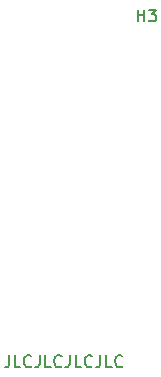
<source format=gbr>
%TF.GenerationSoftware,KiCad,Pcbnew,7.0.10*%
%TF.CreationDate,2024-04-29T09:43:38+01:00*%
%TF.ProjectId,left,6c656674-2e6b-4696-9361-645f70636258,rev?*%
%TF.SameCoordinates,Original*%
%TF.FileFunction,Legend,Top*%
%TF.FilePolarity,Positive*%
%FSLAX46Y46*%
G04 Gerber Fmt 4.6, Leading zero omitted, Abs format (unit mm)*
G04 Created by KiCad (PCBNEW 7.0.10) date 2024-04-29 09:43:38*
%MOMM*%
%LPD*%
G01*
G04 APERTURE LIST*
%ADD10C,0.150000*%
G04 APERTURE END LIST*
D10*
X160422493Y-74969819D02*
X160422493Y-75684104D01*
X160422493Y-75684104D02*
X160374874Y-75826961D01*
X160374874Y-75826961D02*
X160279636Y-75922200D01*
X160279636Y-75922200D02*
X160136779Y-75969819D01*
X160136779Y-75969819D02*
X160041541Y-75969819D01*
X161374874Y-75969819D02*
X160898684Y-75969819D01*
X160898684Y-75969819D02*
X160898684Y-74969819D01*
X162279636Y-75874580D02*
X162232017Y-75922200D01*
X162232017Y-75922200D02*
X162089160Y-75969819D01*
X162089160Y-75969819D02*
X161993922Y-75969819D01*
X161993922Y-75969819D02*
X161851065Y-75922200D01*
X161851065Y-75922200D02*
X161755827Y-75826961D01*
X161755827Y-75826961D02*
X161708208Y-75731723D01*
X161708208Y-75731723D02*
X161660589Y-75541247D01*
X161660589Y-75541247D02*
X161660589Y-75398390D01*
X161660589Y-75398390D02*
X161708208Y-75207914D01*
X161708208Y-75207914D02*
X161755827Y-75112676D01*
X161755827Y-75112676D02*
X161851065Y-75017438D01*
X161851065Y-75017438D02*
X161993922Y-74969819D01*
X161993922Y-74969819D02*
X162089160Y-74969819D01*
X162089160Y-74969819D02*
X162232017Y-75017438D01*
X162232017Y-75017438D02*
X162279636Y-75065057D01*
X162993922Y-74969819D02*
X162993922Y-75684104D01*
X162993922Y-75684104D02*
X162946303Y-75826961D01*
X162946303Y-75826961D02*
X162851065Y-75922200D01*
X162851065Y-75922200D02*
X162708208Y-75969819D01*
X162708208Y-75969819D02*
X162612970Y-75969819D01*
X163946303Y-75969819D02*
X163470113Y-75969819D01*
X163470113Y-75969819D02*
X163470113Y-74969819D01*
X164851065Y-75874580D02*
X164803446Y-75922200D01*
X164803446Y-75922200D02*
X164660589Y-75969819D01*
X164660589Y-75969819D02*
X164565351Y-75969819D01*
X164565351Y-75969819D02*
X164422494Y-75922200D01*
X164422494Y-75922200D02*
X164327256Y-75826961D01*
X164327256Y-75826961D02*
X164279637Y-75731723D01*
X164279637Y-75731723D02*
X164232018Y-75541247D01*
X164232018Y-75541247D02*
X164232018Y-75398390D01*
X164232018Y-75398390D02*
X164279637Y-75207914D01*
X164279637Y-75207914D02*
X164327256Y-75112676D01*
X164327256Y-75112676D02*
X164422494Y-75017438D01*
X164422494Y-75017438D02*
X164565351Y-74969819D01*
X164565351Y-74969819D02*
X164660589Y-74969819D01*
X164660589Y-74969819D02*
X164803446Y-75017438D01*
X164803446Y-75017438D02*
X164851065Y-75065057D01*
X165565351Y-74969819D02*
X165565351Y-75684104D01*
X165565351Y-75684104D02*
X165517732Y-75826961D01*
X165517732Y-75826961D02*
X165422494Y-75922200D01*
X165422494Y-75922200D02*
X165279637Y-75969819D01*
X165279637Y-75969819D02*
X165184399Y-75969819D01*
X166517732Y-75969819D02*
X166041542Y-75969819D01*
X166041542Y-75969819D02*
X166041542Y-74969819D01*
X167422494Y-75874580D02*
X167374875Y-75922200D01*
X167374875Y-75922200D02*
X167232018Y-75969819D01*
X167232018Y-75969819D02*
X167136780Y-75969819D01*
X167136780Y-75969819D02*
X166993923Y-75922200D01*
X166993923Y-75922200D02*
X166898685Y-75826961D01*
X166898685Y-75826961D02*
X166851066Y-75731723D01*
X166851066Y-75731723D02*
X166803447Y-75541247D01*
X166803447Y-75541247D02*
X166803447Y-75398390D01*
X166803447Y-75398390D02*
X166851066Y-75207914D01*
X166851066Y-75207914D02*
X166898685Y-75112676D01*
X166898685Y-75112676D02*
X166993923Y-75017438D01*
X166993923Y-75017438D02*
X167136780Y-74969819D01*
X167136780Y-74969819D02*
X167232018Y-74969819D01*
X167232018Y-74969819D02*
X167374875Y-75017438D01*
X167374875Y-75017438D02*
X167422494Y-75065057D01*
X168136780Y-74969819D02*
X168136780Y-75684104D01*
X168136780Y-75684104D02*
X168089161Y-75826961D01*
X168089161Y-75826961D02*
X167993923Y-75922200D01*
X167993923Y-75922200D02*
X167851066Y-75969819D01*
X167851066Y-75969819D02*
X167755828Y-75969819D01*
X169089161Y-75969819D02*
X168612971Y-75969819D01*
X168612971Y-75969819D02*
X168612971Y-74969819D01*
X169993923Y-75874580D02*
X169946304Y-75922200D01*
X169946304Y-75922200D02*
X169803447Y-75969819D01*
X169803447Y-75969819D02*
X169708209Y-75969819D01*
X169708209Y-75969819D02*
X169565352Y-75922200D01*
X169565352Y-75922200D02*
X169470114Y-75826961D01*
X169470114Y-75826961D02*
X169422495Y-75731723D01*
X169422495Y-75731723D02*
X169374876Y-75541247D01*
X169374876Y-75541247D02*
X169374876Y-75398390D01*
X169374876Y-75398390D02*
X169422495Y-75207914D01*
X169422495Y-75207914D02*
X169470114Y-75112676D01*
X169470114Y-75112676D02*
X169565352Y-75017438D01*
X169565352Y-75017438D02*
X169708209Y-74969819D01*
X169708209Y-74969819D02*
X169803447Y-74969819D01*
X169803447Y-74969819D02*
X169946304Y-75017438D01*
X169946304Y-75017438D02*
X169993923Y-75065057D01*
X171288095Y-46704819D02*
X171288095Y-45704819D01*
X171288095Y-46181009D02*
X171859523Y-46181009D01*
X171859523Y-46704819D02*
X171859523Y-45704819D01*
X172240476Y-45704819D02*
X172859523Y-45704819D01*
X172859523Y-45704819D02*
X172526190Y-46085771D01*
X172526190Y-46085771D02*
X172669047Y-46085771D01*
X172669047Y-46085771D02*
X172764285Y-46133390D01*
X172764285Y-46133390D02*
X172811904Y-46181009D01*
X172811904Y-46181009D02*
X172859523Y-46276247D01*
X172859523Y-46276247D02*
X172859523Y-46514342D01*
X172859523Y-46514342D02*
X172811904Y-46609580D01*
X172811904Y-46609580D02*
X172764285Y-46657200D01*
X172764285Y-46657200D02*
X172669047Y-46704819D01*
X172669047Y-46704819D02*
X172383333Y-46704819D01*
X172383333Y-46704819D02*
X172288095Y-46657200D01*
X172288095Y-46657200D02*
X172240476Y-46609580D01*
M02*

</source>
